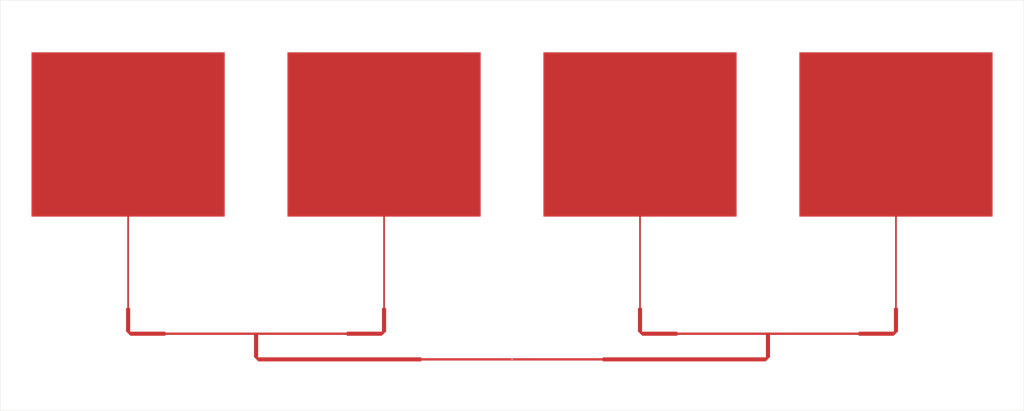
<source format=kicad_pcb>
(kicad_pcb (version 20211014) (generator aperture)

  (general
    (thickness 1.6)
  )

  (paper "A3")
  (title_block
    (title "antenna")
    (comment 1 "Generated by Aperture.py by Daniel Fearn")
    (comment 2 "github.com/cusf/aperture")
  )

  (layers
    (0 "F.Cu" signal)
    (31 "B.Cu" signal)
    (32 "B.Adhes" user "B.Adhesive")
    (33 "F.Adhes" user "F.Adhesive")
    (34 "B.Paste" user)
    (35 "F.Paste" user)
    (36 "B.SilkS" user "B.Silkscreen")
    (37 "F.SilkS" user "F.Silkscreen")
    (38 "B.Mask" user)
    (39 "F.Mask" user)
    (40 "Dwgs.User" user "User.Drawings")
    (41 "Cmts.User" user "User.Comments")
    (42 "Eco1.User" user "User.Eco1")
    (43 "Eco2.User" user "User.Eco2")
    (44 "Edge.Cuts" user)
    (45 "Margin" user)
    (46 "B.CrtYd" user "B.Courtyard")
    (47 "F.CrtYd" user "F.Courtyard")
    (48 "B.Fab" user)
    (49 "F.Fab" user)
    (50 "User.1" user)
    (51 "User.2" user)
    (52 "User.3" user)
    (53 "User.4" user)
    (54 "User.5" user)
    (55 "User.6" user)
    (56 "User.7" user)
    (57 "User.8" user)
    (58 "User.9" user)
  )

  (setup
    (pad_to_mask_clearance 0)
    (pcbplotparams
      (layerselection 0x00010fc_ffffffff)
      (disableapertmacros false)
      (usegerberextensions false)
      (usegerberattributes true)
      (usegerberadvancedattributes true)
      (creategerberjobfile true)
      (svguseinch false)
      (svgprecision 6)
      (excludeedgelayer true)
      (plotframeref false)
      (viasonmask false)
      (mode 1)
      (useauxorigin false)
      (hpglpennumber 1)
      (hpglpenspeed 20)
      (hpglpendiameter 15.000000)
      (dxfpolygonmode true)
      (dxfimperialunits true)
      (dxfusepcbnewfont true)
      (psnegative false)
      (psa4output false)
      (plotreference true)
      (plotvalue true)
      (plotinvisibletext false)
      (sketchpadsonfab false)
      (subtractmaskfromsilk false)
      (outputformat 1)
      (mirror false)
      (drillshape 1)
      (scaleselection 1)
      (outputdirectory "")
    )
  )

  (net 0 "")

    (gr_poly
    (pts
      (xy 245.34383269322396 200.451953125)
      (xy 245.34383269322396 199.203515625)
      (xy 308.9490823764759 199.203515625)
      (xy 308.9490823764759 190)
      (xy 310.54205112647594 190)
      (xy 310.54205112647594 190.451953125)
      (xy 345.0893994446999 190.451953125)
      (xy 345.0893994446999 189.203515625)
      (xy 358.82186575221385 189.203515625)
      (xy 358.82186575221385 180)
      (xy 359.9411040334639 180)
      (xy 359.9411040334639 144.36135869805292)
      (xy 397.26451274826604 144.36135869805292)
      (xy 397.26451274826604 80.34774264352149)
      (xy 321.97218750616173 80.34774264352149)
      (xy 321.97218750616173 144.36135869805292)
      (xy 359.2955962209639 144.36135869805292)
      (xy 359.2955962209639 180)
      (xy 360.4148345022139 180)
      (xy 360.4148345022139 189.10925688501632)
      (xy 358.72760701223024 190.796484375)
      (xy 345.0893994446999 190.796484375)
      (xy 345.0893994446999 189.548046875)
      (xy 274.401734058252 189.548046875)
      (xy 274.401734058252 189.203515625)
      (xy 260.66926775073796 189.203515625)
      (xy 260.66926775073796 180)
      (xy 260.195537281988 180)
      (xy 260.195537281988 144.36135869805292)
      (xy 297.5189459967901 144.36135869805292)
      (xy 297.5189459967901 80.34774264352149)
      (xy 222.22662075468583 80.34774264352149)
      (xy 222.22662075468583 144.36135869805292)
      (xy 259.550029469488 144.36135869805292)
      (xy 259.550029469488 180)
      (xy 259.07629900073795 180)
      (xy 259.07629900073795 189.10925688501632)
      (xy 260.76352649072163 190.796484375)
      (xy 274.401734058252 190.796484375)
      (xy 274.401734058252 190.451953125)
      (xy 308.9490823764759 190.451953125)
      (xy 308.9490823764759 190)
      (xy 310.54205112647594 190)
      (xy 310.54205112647594 199.10925688501632)
      (xy 308.85482363649226 200.796484375)
      (xy 245.34383269322396 200.796484375)
      (xy 245.34383269322396 199.548046875)
      (xy 174.65616730677604 199.548046875)
      (xy 174.65616730677604 199.203515625)
      (xy 111.05091762352407 199.203515625)
      (xy 111.05091762352407 190)
      (xy 111.05091762352407 190)
      (xy 111.05091762352407 190.451953125)
      (xy 145.59826594174802 190.451953125)
      (xy 145.59826594174802 189.203515625)
      (xy 159.33073224926204 189.203515625)
      (xy 159.33073224926204 180)
      (xy 160.44997053051202 180)
      (xy 160.44997053051202 144.36135869805292)
      (xy 197.77337924531417 144.36135869805292)
      (xy 197.77337924531417 80.34774264352149)
      (xy 122.48105400320989 80.34774264352149)
      (xy 122.48105400320989 144.36135869805292)
      (xy 159.80446271801202 144.36135869805292)
      (xy 159.80446271801202 180)
      (xy 160.92370099926202 180)
      (xy 160.92370099926202 189.10925688501632)
      (xy 159.23647350927837 190.796484375)
      (xy 145.59826594174802 190.796484375)
      (xy 145.59826594174802 189.548046875)
      (xy 74.9106005553001 189.548046875)
      (xy 74.9106005553001 189.203515625)
      (xy 61.17813424778612 189.203515625)
      (xy 61.17813424778612 180)
      (xy 60.70440377903611 180)
      (xy 60.70440377903611 144.36135869805292)
      (xy 98.02781249383824 144.36135869805292)
      (xy 98.02781249383824 80.34774264352149)
      (xy 22.735487251733986 80.34774264352149)
      (xy 22.735487251733986 144.36135869805292)
      (xy 60.05889596653611 144.36135869805292)
      (xy 60.05889596653611 180)
      (xy 59.58516549778611 180)
      (xy 59.58516549778611 189.10925688501632)
      (xy 61.27239298776979 190.796484375)
      (xy 74.9106005553001 190.796484375)
      (xy 74.9106005553001 190.451953125)
      (xy 109.45794887352406 190.451953125)
      (xy 109.45794887352406 190)
      (xy 109.45794887352406 190)
      (xy 109.45794887352406 199.10925688501632)
      (xy 111.14517636350774 200.796484375)
      (xy 174.65616730677604 200.796484375)
      (xy 174.65616730677604 200.451953125)
      (xy 210 200.451953125)
      (xy 210 200.3)
      (xy 209.7 200)
      (xy 210 199.7)
      (xy 210.3 200)
      (xy 210 200.3)
      (xy 210 200.451953125)
    )
  (layer "F.Cu") (width 0) (fill solid))(gr_rect (start 10.508866497048132 60) (end 409.49113350295187 220) (layer "Edge.Cuts") (width 0) (fill none))

)
</source>
